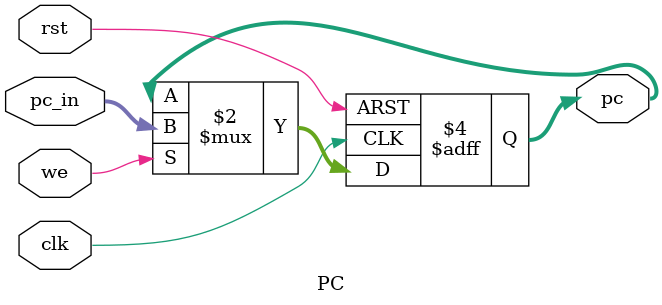
<source format=v>
`timescale 1ns / 1ps
module PC(
    input clk,
    input we,rst,
    input [31:0]pc_in,
    output reg [31:0]pc  
    );
    always @(posedge clk,posedge rst)begin
        if(rst) pc<=0;
        else if(we) pc<=pc_in;
    end
    
endmodule

</source>
